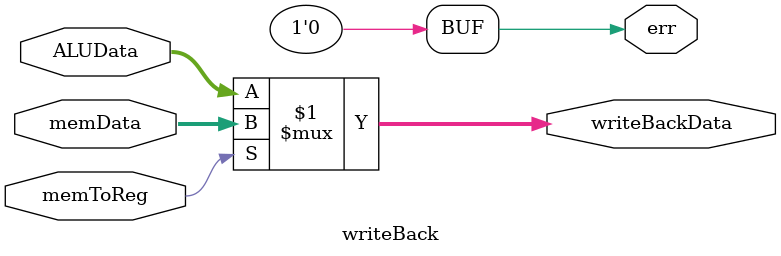
<source format=v>
module writeBack(memData, ALUData, memToReg, writeBackData, err);

    input [15:0] memData;
    input [15:0] ALUData;
    input memToReg;
    
    output [15:0] writeBackData;

    output err;

    assign err = 1'b0;

    assign writeBackData = memToReg ? memData : ALUData;

endmodule

</source>
